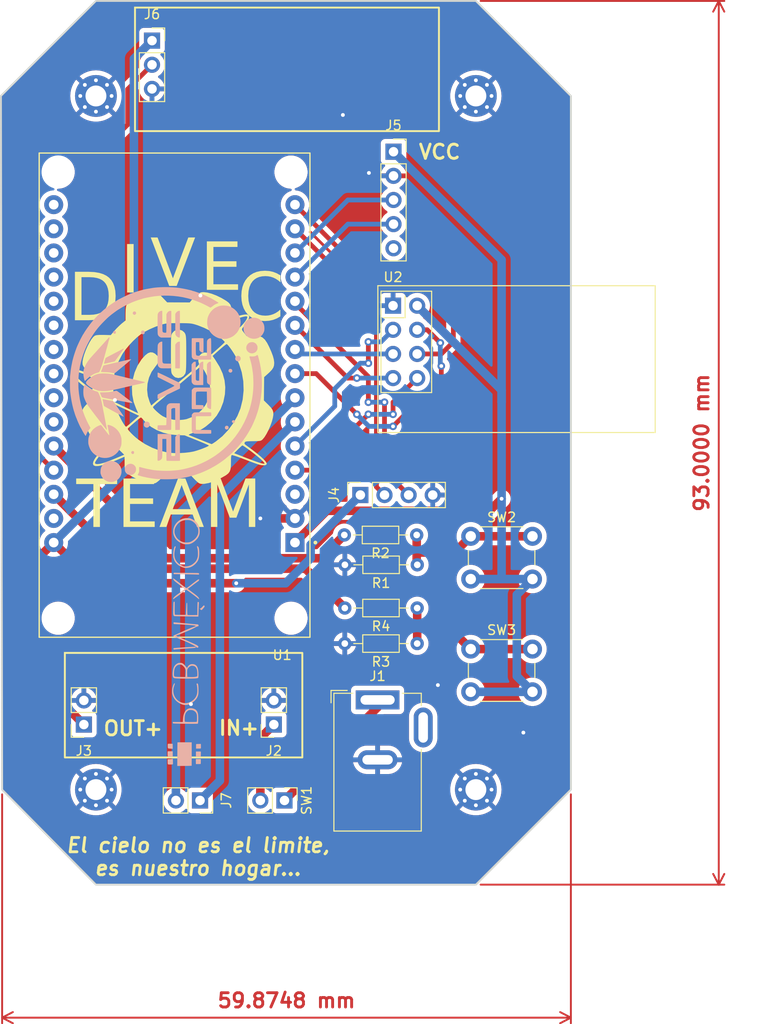
<source format=kicad_pcb>
(kicad_pcb (version 20221018) (generator pcbnew)
  (layers (0 "F.Cu" signal) (31 "B.Cu" signal) (34 "B.Paste" user) (35 "F.Paste" user) (36 "B.SilkS" user "B.Silkscreen") (37 "F.SilkS" user "F.Silkscreen") (38 "B.Mask" user) (39 "F.Mask" user) (44 "Edge.Cuts" user))
  (net 0 "")
  (net 1 "Net-(J1-Pad1)")
  (net 2 "GND")
  (net 3 "VCC")
  (net 4 "VIN")
  (net 5 "Net-(R1-Pad1)")
  (net 6 "BTT1")
  (net 7 "Net-(R3-Pad1)")
  (net 8 "BTT2")
  (net 9 "3.3")
  (net 11 "IRQ")
  (net 12 "CE")
  (net 13 "SCL")
  (net 14 "CS")
  (net 16 "CLK")
  (net 17 "MISO")
  (net 18 "MOSI")
  (net 29 "RX")
  (net 30 "TX")
  (net 32 "SDA")
  (net 33 "buzz")
  (net 34 "RX2")
  (net 35 "TX2")
  (footprint "SnapEDA Library:MODULE_ESP32_DEVKIT_V1" (layer "F.Cu") (at 58.255 61.485 180)
    (fp_text reference "U1" (at -11.355 -27.36) (layer "F.SilkS"))
    (fp_text value "ESP32-DEVKIT-V1")
    (pad "" np_thru_hole circle (at -12.28 -23.475 180) (size 3 3) (drill 3) (layers "*.Cu" "*.Mask"))
    (pad "" np_thru_hole circle (at -12.28 23.475 180) (size 3 3) (drill 3) (layers "*.Cu" "*.Mask"))
    (pad "" np_thru_hole circle (at 12.23 -23.475 180) (size 3 3) (drill 3) (layers "*.Cu" "*.Mask"))
    (pad "" np_thru_hole circle (at 12.23 23.475 180) (size 3 3) (drill 3) (layers "*.Cu" "*.Mask"))
    (pad "1" thru_hole rect (at -12.7 -15.515 180) (size 2 2) (drill 1.02) (layers "*.Cu" "*.Mask") (net 9 "3.3"))
    (pad "2" thru_hole circle (at -12.7 -12.975 180) (size 2 2) (drill 1.02) (layers "*.Cu" "*.Mask") (net 2 "GND"))
    (pad "3" thru_hole circle (at -12.7 -10.435 180) (size 2 2) (drill 1.02) (layers "*.Cu" "*.Mask"))
    (pad "4" thru_hole circle (at -12.7 -7.895 180) (size 2 2) (drill 1.02) (layers "*.Cu" "*.Mask") (net 11 "IRQ"))
    (pad "5" thru_hole circle (at -12.7 -5.355 180) (size 2 2) (drill 1.02) (layers "*.Cu" "*.Mask") (net 12 "CE"))
    (pad "6" thru_hole circle (at -12.7 -2.815 180) (size 2 2) (drill 1.02) (layers "*.Cu" "*.Mask") (net 34 "RX2"))
    (pad "7" thru_hole circle (at -12.7 -0.275 180) (size 2 2) (drill 1.02) (layers "*.Cu" "*.Mask") (net 35 "TX2"))
    (pad "8" thru_hole circle (at -12.7 2.265 180) (size 2 2) (drill 1.02) (layers "*.Cu" "*.Mask") (net 14 "CS"))
    (pad "9" thru_hole circle (at -12.7 4.805 180) (size 2 2) (drill 1.02) (layers "*.Cu" "*.Mask") (net 16 "CLK"))
    (pad "10" thru_hole circle (at -12.7 7.345 180) (size 2 2) (drill 1.02) (layers "*.Cu" "*.Mask") (net 17 "MISO"))
    (pad "11" thru_hole circle (at -12.7 9.885 180) (size 2 2) (drill 1.02) (layers "*.Cu" "*.Mask") (net 32 "SDA"))
    (pad "12" thru_hole circle (at -12.7 12.425 180) (size 2 2) (drill 1.02) (layers "*.Cu" "*.Mask") (net 29 "RX"))
    (pad "13" thru_hole circle (at -12.7 14.965 180) (size 2 2) (drill 1.02) (layers "*.Cu" "*.Mask") (net 30 "TX"))
    (pad "14" thru_hole circle (at -12.7 17.505 180) (size 2 2) (drill 1.02) (layers "*.Cu" "*.Mask") (net 13 "SCL"))
    (pad "15" thru_hole circle (at -12.7 20.045 180) (size 2 2) (drill 1.02) (layers "*.Cu" "*.Mask") (net 18 "MOSI"))
    (pad "16" thru_hole circle (at 12.7 20.045 180) (size 2 2) (drill 1.02) (layers "*.Cu" "*.Mask"))
    (pad "17" thru_hole circle (at 12.7 17.505 180) (size 2 2) (drill 1.02) (layers "*.Cu" "*.Mask"))
    (pad "18" thru_hole circle (at 12.7 14.965 180) (size 2 2) (drill 1.02) (layers "*.Cu" "*.Mask"))
    (pad "19" thru_hole circle (at 12.7 12.425 180) (size 2 2) (drill 1.02) (layers "*.Cu" "*.Mask"))
    (pad "20" thru_hole circle (at 12.7 9.885 180) (size 2 2) (drill 1.02) (layers "*.Cu" "*.Mask"))
    (pad "21" thru_hole circle (at 12.7 7.345 180) (size 2 2) (drill 1.02) (layers "*.Cu" "*.Mask"))
    (pad "22" thru_hole circle (at 12.7 4.805 180) (size 2 2) (drill 1.02) (layers "*.Cu" "*.Mask"))
    (pad "23" thru_hole circle (at 12.7 2.265 180) (size 2 2) (drill 1.02) (layers "*.Cu" "*.Mask"))
    (pad "24" thru_hole circle (at 12.7 -0.275 180) (size 2 2) (drill 1.02) (layers "*.Cu" "*.Mask"))
    (pad "25" thru_hole circle (at 12.7 -2.815 180) (size 2 2) (drill 1.02) (layers "*.Cu" "*.Mask"))
    (pad "26" thru_hole circle (at 12.7 -5.355 180) (size 2 2) (drill 1.02) (layers "*.Cu" "*.Mask") (net 6 "BTT1"))
    (pad "27" thru_hole circle (at 12.7 -7.895 180) (size 2 2) (drill 1.02) (layers "*.Cu" "*.Mask") (net 33 "buzz"))
    (pad "28" thru_hole circle (at 12.7 -10.435 180) (size 2 2) (drill 1.02) (layers "*.Cu" "*.Mask") (net 8 "BTT2"))
    (pad "29" thru_hole circle (at 12.7 -12.975 180) (size 2 2) (drill 1.02) (layers "*.Cu" "*.Mask"))
    (pad "30" thru_hole circle (at 12.7 -15.515 180) (size 2 2) (drill 1.02) (layers "*.Cu" "*.Mask") (net 4 "VIN"))
  )
  (footprint "Connector_PinSocket_2.54mm:PinSocket_1x02_P2.54mm_Vertical" (layer "F.Cu") (at 48.728351 96.153602 180)
    (fp_text reference "J3" (at 0 -2.77) (layer "F.SilkS"))
    (fp_text value "Conn_01x02_Socket")
    (pad "1" thru_hole rect (at 0 0 180) (size 1.7 1.7) (drill 1) (layers "*.Cu" "*.Mask") (net 4 "VIN"))
    (pad "2" thru_hole oval (at 0 2.54 180) (size 1.7 1.7) (drill 1) (layers "*.Cu" "*.Mask") (net 2 "GND"))
  )
  (footprint "Connector_PinSocket_2.54mm:PinSocket_1x04_P2.54mm_Vertical" (layer "F.Cu") (at 77.839895 71.995964 90)
    (fp_text reference "J4" (at 0 -2.77 90) (layer "F.SilkS"))
    (fp_text value "Conn_01x04_Socket")
    (pad "1" thru_hole rect (at 0 0 90) (size 1.7 1.7) (drill 1) (layers "*.Cu" "*.Mask") (net 4 "VIN"))
    (pad "2" thru_hole oval (at 0 2.54 90) (size 1.7 1.7) (drill 1) (layers "*.Cu" "*.Mask") (net 13 "SCL"))
    (pad "3" thru_hole oval (at 0 5.08 90) (size 1.7 1.7) (drill 1) (layers "*.Cu" "*.Mask") (net 32 "SDA"))
    (pad "4" thru_hole oval (at 0 7.62 90) (size 1.7 1.7) (drill 1) (layers "*.Cu" "*.Mask") (net 2 "GND"))
  )
  (footprint "MountingHole:MountingHole_2.2mm_M2_Pad_Via" (layer "F.Cu") (at 90 103)
    (fp_text reference "GNDSCREW1" hide)
    (fp_text value "Conn_01x01_Male")
    (pad "1" thru_hole circle (at -1.65 0) (size 0.7 0.7) (drill 0.4) (layers "*.Cu" "*.Mask") (net 2 "GND"))
    (pad "1" thru_hole circle (at -1.166726 -1.166726) (size 0.7 0.7) (drill 0.4) (layers "*.Cu" "*.Mask") (net 2 "GND"))
    (pad "1" thru_hole circle (at -1.166726 1.166726) (size 0.7 0.7) (drill 0.4) (layers "*.Cu" "*.Mask") (net 2 "GND"))
    (pad "1" thru_hole circle (at 0 -1.65) (size 0.7 0.7) (drill 0.4) (layers "*.Cu" "*.Mask") (net 2 "GND"))
    (pad "1" thru_hole circle (at 0 0) (size 4.4 4.4) (drill 2.2) (layers "*.Cu" "*.Mask") (net 2 "GND"))
    (pad "1" thru_hole circle (at 0 1.65) (size 0.7 0.7) (drill 0.4) (layers "*.Cu" "*.Mask") (net 2 "GND"))
    (pad "1" thru_hole circle (at 1.166726 -1.166726) (size 0.7 0.7) (drill 0.4) (layers "*.Cu" "*.Mask") (net 2 "GND"))
    (pad "1" thru_hole circle (at 1.166726 1.166726) (size 0.7 0.7) (drill 0.4) (layers "*.Cu" "*.Mask") (net 2 "GND"))
    (pad "1" thru_hole circle (at 1.65 0) (size 0.7 0.7) (drill 0.4) (layers "*.Cu" "*.Mask") (net 2 "GND"))
  )
  (footprint "Resistor_THT:R_Axial_DIN0204_L3.6mm_D1.6mm_P7.62mm_Horizontal" (layer "F.Cu") (at 83.83086 79.341271 180)
    (fp_text reference "R1" (at 3.81 -1.92) (layer "F.SilkS"))
    (fp_text value "10k")
    (pad "1" thru_hole circle (at 0 0 180) (size 1.4 1.4) (drill 0.7) (layers "*.Cu" "*.Mask") (net 5 "Net-(R1-Pad1)"))
    (pad "2" thru_hole oval (at 7.62 0 180) (size 1.4 1.4) (drill 0.7) (layers "*.Cu" "*.Mask") (net 2 "GND"))
  )
  (footprint "Connector_PinHeader_2.54mm:PinHeader_1x02_P2.54mm_Vertical" (layer "F.Cu") (at 69.85 104.14 -90)
    (fp_text reference "SW1" (at 0 -2.33 90) (layer "F.SilkS"))
    (fp_text value "SW_DIP_x01")
    (pad "1" thru_hole rect (at 0 0 270) (size 1.7 1.7) (drill 1) (layers "*.Cu" "*.Mask") (net 1 "Net-(J1-Pad1)"))
    (pad "2" thru_hole oval (at 0 2.54 270) (size 1.7 1.7) (drill 1) (layers "*.Cu" "*.Mask") (net 3 "VCC"))
  )
  (footprint "logos:DIVEC_LOGO" (layer "F.Cu") (at 58.255 61.485)
    (fp_text reference "G1" hide)
    (fp_text value "LOGO" hide)
    (fp_text user "V" (at -0.146933 -10.64293 unlocked) (layer "F.SilkS") (effects (font (size 5 5) (thickness 0.1)) (justify bottom)))
    (fp_text user "E" (at 4.946006 -10.232572 unlocked) (layer "F.SilkS") (effects (font (size 5 5) (thickness 0.1)) (justify bottom)))
    (fp_text user "I" (at -4.632304 -9.95277 unlocked) (layer "F.SilkS") (effects (font (size 5 5) (thickness 0.1)) (justify bottom)))
    (fp_text user "C" (at 9.10109 -7.045699 unlocked) (layer "F.SilkS") (effects (font (size 5 5) (thickness 0.1)) (justify bottom)))
    (fp_text user "TEAM" (at -0.555218 14.723428 unlocked) (layer "F.SilkS") (effects (font (size 5 5) (thickness 0.1)) (justify bottom)))
    (fp_text user "D" (at -8.459471 -7.032265 unlocked) (layer "F.SilkS") (effects (font (size 5 5) (thickness 0.1)) (justify bottom)))
  )
  (footprint "Connector_PinSocket_2.54mm:PinSocket_1x02_P2.54mm_Vertical" (layer "F.Cu") (at 68.728351 96.153602 180)
    (fp_text reference "J2" (at 0 -2.77) (layer "F.SilkS"))
    (fp_text value "Conn_01x02_Socket")
    (pad "1" thru_hole rect (at 0 0 180) (size 1.7 1.7) (drill 1) (layers "*.Cu" "*.Mask") (net 3 "VCC"))
    (pad "2" thru_hole oval (at 0 2.54 180) (size 1.7 1.7) (drill 1) (layers "*.Cu" "*.Mask") (net 2 "GND"))
  )
  (footprint "Connector_PinSocket_2.54mm:PinSocket_1x03_P2.54mm_Vertical" (layer "F.Cu") (at 55.905545 24.17749)
    (fp_text reference "J6" (at 0 -2.77) (layer "F.SilkS"))
    (fp_text value "Conn_01x03_Socket")
    (pad "1" thru_hole rect (at 0 0) (size 1.7 1.7) (drill 1) (layers "*.Cu" "*.Mask") (net 4 "VIN"))
    (pad "2" thru_hole oval (at 0 2.54) (size 1.7 1.7) (drill 1) (layers "*.Cu" "*.Mask") (net 33 "buzz"))
    (pad "3" thru_hole oval (at 0 5.08) (size 1.7 1.7) (drill 1) (layers "*.Cu" "*.Mask") (net 2 "GND"))
  )
  (footprint "Connector_BarrelJack:BarrelJack_GCT_DCJ200-10-A_Horizontal" (layer "F.Cu") (at 79.652372 93.561387)
    (fp_text reference "J1" (at 0 -2.5) (layer "F.SilkS"))
    (fp_text value "Jack-DC")
    (pad "1" thru_hole rect (at 0 0) (size 4.6 2) (drill oval 3.6 1) (layers "*.Cu" "*.Mask") (net 1 "Net-(J1-Pad1)"))
    (pad "2" thru_hole oval (at 0 6.3) (size 4.2 2) (drill oval 3.2 1) (layers "*.Cu" "*.Mask") (net 2 "GND"))
    (pad "3" thru_hole oval (at 4.8 2.9) (size 2 4.2) (drill oval 1 3.2) (layers "*.Cu" "*.Mask"))
  )
  (footprint "MountingHole:MountingHole_2.2mm_M2_Pad_Via" (layer "F.Cu") (at 50 30)
    (fp_text reference "GNDSCREW3" hide)
    (fp_text value "Conn_01x01_Male")
    (pad "1" thru_hole circle (at -1.65 0) (size 0.7 0.7) (drill 0.4) (layers "*.Cu" "*.Mask") (net 2 "GND"))
    (pad "1" thru_hole circle (at -1.166726 -1.166726) (size 0.7 0.7) (drill 0.4) (layers "*.Cu" "*.Mask") (net 2 "GND"))
    (pad "1" thru_hole circle (at -1.166726 1.166726) (size 0.7 0.7) (drill 0.4) (layers "*.Cu" "*.Mask") (net 2 "GND"))
    (pad "1" thru_hole circle (at 0 -1.65) (size 0.7 0.7) (drill 0.4) (layers "*.Cu" "*.Mask") (net 2 "GND"))
    (pad "1" thru_hole circle (at 0 0) (size 4.4 4.4) (drill 2.2) (layers "*.Cu" "*.Mask") (net 2 "GND"))
    (pad "1" thru_hole circle (at 0 1.65) (size 0.7 0.7) (drill 0.4) (layers "*.Cu" "*.Mask") (net 2 "GND"))
    (pad "1" thru_hole circle (at 1.166726 -1.166726) (size 0.7 0.7) (drill 0.4) (layers "*.Cu" "*.Mask") (net 2 "GND"))
    (pad "1" thru_hole circle (at 1.166726 1.166726) (size 0.7 0.7) (drill 0.4) (layers "*.Cu" "*.Mask") (net 2 "GND"))
    (pad "1" thru_hole circle (at 1.65 0) (size 0.7 0.7) (drill 0.4) (layers "*.Cu" "*.Mask") (net 2 "GND"))
  )
  (footprint "Connector_PinSocket_2.54mm:PinSocket_1x02_P2.54mm_Vertical" (layer "F.Cu") (at 60.96 104.14 -90)
    (fp_text reference "J7" (at 0 -2.77 90) (layer "F.SilkS"))
    (fp_text value "Conn_01x02_Socket")
    (pad "1" thru_hole rect (at 0 0 270) (size 1.7 1.7) (drill 1) (layers "*.Cu" "*.Mask") (net 34 "RX2"))
    (pad "2" thru_hole oval (at 0 2.54 270) (size 1.7 1.7) (drill 1) (layers "*.Cu" "*.Mask") (net 35 "TX2"))
  )
  (footprint "Button_Switch_THT:SW_PUSH_6mm_H5mm" (layer "F.Cu") (at 89.46 88.21)
    (fp_text reference "SW3" (at 3.25 -2) (layer "F.SilkS"))
    (fp_text value "SW_Push")
    (pad "1" thru_hole circle (at 0 0 90) (size 2 2) (drill 1.1) (layers "*.Cu" "*.Mask") (net 7 "Net-(R3-Pad1)"))
    (pad "1" thru_hole circle (at 6.5 0 90) (size 2 2) (drill 1.1) (layers "*.Cu" "*.Mask") (net 7 "Net-(R3-Pad1)"))
    (pad "2" thru_hole circle (at 0 4.5 90) (size 2 2) (drill 1.1) (layers "*.Cu" "*.Mask") (net 9 "3.3"))
    (pad "2" thru_hole circle (at 6.5 4.5 90) (size 2 2) (drill 1.1) (layers "*.Cu" "*.Mask") (net 9 "3.3"))
  )
  (footprint "MountingHole:MountingHole_2.2mm_M2_Pad_Via" (layer "F.Cu") (at 50 103)
    (fp_text reference "GNDSCREW2" hide)
    (fp_text value "Conn_01x01_Male")
    (pad "1" thru_hole circle (at -1.65 0) (size 0.7 0.7) (drill 0.4) (layers "*.Cu" "*.Mask") (net 2 "GND"))
    (pad "1" thru_hole circle (at -1.166726 -1.166726) (size 0.7 0.7) (drill 0.4) (layers "*.Cu" "*.Mask") (net 2 "GND"))
    (pad "1" thru_hole circle (at -1.166726 1.166726) (size 0.7 0.7) (drill 0.4) (layers "*.Cu" "*.Mask") (net 2 "GND"))
    (pad "1" thru_hole circle (at 0 -1.65) (size 0.7 0.7) (drill 0.4) (layers "*.Cu" "*.Mask") (net 2 "GND"))
    (pad "1" thru_hole circle (at 0 0) (size 4.4 4.4) (drill 2.2) (layers "*.Cu" "*.Mask") (net 2 "GND"))
    (pad "1" thru_hole circle (at 0 1.65) (size 0.7 0.7) (drill 0.4) (layers "*.Cu" "*.Mask") (net 2 "GND"))
    (pad "1" thru_hole circle (at 1.166726 -1.166726) (size 0.7 0.7) (drill 0.4) (layers "*.Cu" "*.Mask") (net 2 "GND"))
    (pad "1" thru_hole circle (at 1.166726 1.166726) (size 0.7 0.7) (drill 0.4) (layers "*.Cu" "*.Mask") (net 2 "GND"))
    (pad "1" thru_hole circle (at 1.65 0) (size 0.7 0.7) (drill 0.4) (layers "*.Cu" "*.Mask") (net 2 "GND"))
  )
  (footprint "Button_Switch_THT:SW_PUSH_6mm_H5mm" (layer "F.Cu") (at 89.46 76.34)
    (fp_text reference "SW2" (at 3.25 -2) (layer "F.SilkS"))
    (fp_text value "SW_Push" hide)
    (pad "1" thru_hole circle (at 0 0 90) (size 2 2) (drill 1.1) (layers "*.Cu" "*.Mask") (net 5 "Net-(R1-Pad1)"))
    (pad "1" thru_hole circle (at 6.5 0 90) (size 2 2) (drill 1.1) (layers "*.Cu" "*.Mask") (net 5 "Net-(R1-Pad1)"))
    (pad "2" thru_hole circle (at 0 4.5 90) (size 2 2) (drill 1.1) (layers "*.Cu" "*.Mask") (net 9 "3.3"))
    (pad "2" thru_hole circle (at 6.5 4.5 90) (size 2 2) (drill 1.1) (layers "*.Cu" "*.Mask") (net 9 "3.3"))
  )
  (footprint "MountingHole:MountingHole_2.2mm_M2_Pad_Via" (layer "F.Cu") (at 90 30)
    (fp_text reference "GNDSCREW4" hide)
    (fp_text value "Conn_01x01_Male")
    (pad "1" thru_hole circle (at -1.65 0) (size 0.7 0.7) (drill 0.4) (layers "*.Cu" "*.Mask") (net 2 "GND"))
    (pad "1" thru_hole circle (at -1.166726 -1.166726) (size 0.7 0.7) (drill 0.4) (layers "*.Cu" "*.Mask") (net 2 "GND"))
    (pad "1" thru_hole circle (at -1.166726 1.166726) (size 0.7 0.7) (drill 0.4) (layers "*.Cu" "*.Mask") (net 2 "GND"))
    (pad "1" thru_hole circle (at 0 -1.65) (size 0.7 0.7) (drill 0.4) (layers "*.Cu" "*.Mask") (net 2 "GND"))
    (pad "1" thru_hole circle (at 0 0) (size 4.4 4.4) (drill 2.2) (layers "*.Cu" "*.Mask") (net 2 "GND"))
    (pad "1" thru_hole circle (at 0 1.65) (size 0.7 0.7) (drill 0.4) (layers "*.Cu" "*.Mask") (net 2 "GND"))
    (pad "1" thru_hole circle (at 1.166726 -1.166726) (size 0.7 0.7) (drill 0.4) (layers "*.Cu" "*.Mask") (net 2 "GND"))
    (pad "1" thru_hole circle (at 1.166726 1.166726) (size 0.7 0.7) (drill 0.4) (layers "*.Cu" "*.Mask") (net 2 "GND"))
    (pad "1" thru_hole circle (at 1.65 0) (size 0.7 0.7) (drill 0.4) (layers "*.Cu" "*.Mask") (net 2 "GND"))
  )
  (footprint "Resistor_THT:R_Axial_DIN0204_L3.6mm_D1.6mm_P7.62mm_Horizontal" (layer "F.Cu") (at 83.769931 76.2 180)
    (fp_text reference "R2" (at 3.81 -1.92) (layer "F.SilkS"))
    (fp_text value "10k")
    (pad "1" thru_hole circle (at 0 0 180) (size 1.4 1.4) (drill 0.7) (layers "*.Cu" "*.Mask") (net 5 "Net-(R1-Pad1)"))
    (pad "2" thru_hole oval (at 7.62 0 180) (size 1.4 1.4) (drill 0.7) (layers "*.Cu" "*.Mask") (net 6 "BTT1"))
  )
  (footprint "Resistor_THT:R_Axial_DIN0204_L3.6mm_D1.6mm_P7.62mm_Horizontal" (layer "F.Cu") (at 83.82 83.89 180)
    (fp_text reference "R4" (at 3.81 -1.92) (layer "F.SilkS"))
    (fp_text value "10k")
    (pad "1" thru_hole circle (at 0 0 180) (size 1.4 1.4) (drill 0.7) (layers "*.Cu" "*.Mask") (net 7 "Net-(R3-Pad1)"))
    (pad "2" thru_hole oval (at 7.62 0 180) (size 1.4 1.4) (drill 0.7) (layers "*.Cu" "*.Mask") (net 8 "BTT2"))
  )
  (footprint "Connector_PinSocket_2.54mm:PinSocket_1x05_P2.54mm_Vertical" (layer "F.Cu") (at 81.329431 35.868923)
    (fp_text reference "J5" (at 0 -2.77) (layer "F.SilkS"))
    (fp_text value "Conn_01x05_Socket")
    (pad "1" thru_hole rect (at 0 0) (size 1.7 1.7) (drill 1) (layers "*.Cu" "*.Mask") (net 9 "3.3"))
    (pad "2" thru_hole oval (at 0 2.54) (size 1.7 1.7) (drill 1) (layers "*.Cu" "*.Mask") (net 2 "GND"))
    (pad "3" thru_hole oval (at 0 5.08) (size 1.7 1.7) (drill 1) (layers "*.Cu" "*.Mask") (net 30 "TX"))
    (pad "4" thru_hole oval (at 0 7.62) (size 1.7 1.7) (drill 1) (layers "*.Cu" "*.Mask") (net 29 "RX"))
    (pad "5" thru_hole oval (at 0 10.16) (size 1.7 1.7) (drill 1) (layers "*.Cu" "*.Mask"))
  )
  (footprint "Resistor_THT:R_Axial_DIN0204_L3.6mm_D1.6mm_P7.62mm_Horizontal" (layer "F.Cu") (at 83.82 87.63 180)
    (fp_text reference "R3" (at 3.81 -1.92) (layer "F.SilkS"))
    (fp_text value "10k")
    (pad "1" thru_hole circle (at 0 0 180) (size 1.4 1.4) (drill 0.7) (layers "*.Cu" "*.Mask") (net 7 "Net-(R3-Pad1)"))
    (pad "2" thru_hole oval (at 7.62 0 180) (size 1.4 1.4) (drill 0.7) (layers "*.Cu" "*.Mask") (net 2 "GND"))
  )
  (footprint "RF_Module:nRF24L01_Breakout" (layer "F.Cu") (at 81.28 52.07)
    (fp_text reference "U2" (at 0 -3) (layer "F.SilkS"))
    (fp_text value "NRF24L01_Breakout")
    (pad "1" thru_hole rect (at 0 0) (size 1.7 1.7) (drill 1) (layers "*.Cu" "*.Mask") (net 2 "GND"))
    (pad "2" thru_hole circle (at 2.54 0) (size 1.7 1.7) (drill 1) (layers "*.Cu" "*.Mask") (net 9 "3.3"))
    (pad "3" thru_hole circle (at 0 2.54) (size 1.7 1.7) (drill 1) (layers "*.Cu" "*.Mask") (net 12 "CE"))
    (pad "4" thru_hole circle (at 2.54 2.54) (size 1.7 1.7) (drill 1) (layers "*.Cu" "*.Mask") (net 14 "CS"))
    (pad "5" thru_hole circle (at 0 5.08) (size 1.7 1.7) (drill 1) (layers "*.Cu" "*.Mask") (net 16 "CLK"))
    (pad "6" thru_hole circle (at 2.54 5.08) (size 1.7 1.7) (drill 1) (layers "*.Cu" "*.Mask") (net 18 "MOSI"))
    (pad "7" thru_hole circle (at 0 7.62) (size 1.7 1.7) (drill 1) (layers "*.Cu" "*.Mask") (net 17 "MISO"))
    (pad "8" thru_hole circle (at 2.54 7.62) (size 1.7 1.7) (drill 1) (layers "*.Cu" "*.Mask") (net 11 "IRQ"))
  )
  (footprint "logos:SPACE" (layer "B.Cu") (at 57.6379 60.170907 90)
    (fp_text reference "G2" hide)
    (fp_text value "LOGO" hide)
  )
  (footprint "space:pcb-mexico" (layer "B.Cu") (at 59.69 87.63 90)
    (fp_text reference "G***" hide)
    (fp_text value "LOGO" hide)
  )
  (gr_rect (start 46.728351 88.613602) (end 71.728351 99.613602) (stroke (width 0.2)) (fill none) (layer "F.SilkS"))
  (gr_rect (start 54.113315 20.698628) (end 86.113315 33.698628) (stroke (width 0.2)) (fill none) (layer "F.SilkS"))
  (gr_poly (pts (xy 40 30) (xy 50 20) (xy 90 20) (xy 100 30) (xy 100 103) (xy 90 113) (xy 50 113) (xy 40.125178 103)) (stroke (width 0.2)) (fill none) (layer "Edge.Cuts"))
  (gr_text "VCC" (at 83.844431 36.765828) (layer "F.SilkS") (effects (font (size 1.5 1.5) (thickness 0.3) bold) (justify left bottom)))
  (gr_text "OUT+" (at 50.643899 97.440411) (layer "F.SilkS") (effects (font (size 1.5 1.5) (thickness 0.3) bold) (justify left bottom)))
  (gr_text "IN+" (at 62.784508 97.394683) (layer "F.SilkS") (effects (font (size 1.5 1.5) (thickness 0.3) bold) (justify left bottom)))
  (gr_text "El cielo no es el limite,\nes nuestro hogar..." (at 60.759074 110.069158) (layer "F.SilkS") (effects (font (size 1.5 1.5) (thickness 0.3) italic)))
  (dimension (type aligned) (layer "F.Cu") (pts (xy 40.125178 103) (xy 100 103)) (height 24) (gr_text "59.8748 mm" (at 70.062589 125.2) (layer "F.Cu") (effects (font (size 1.5 1.5) (thickness 0.3)))) (format (prefix "") (suffix "") (units 3) (units_format 1) (precision 4)) (style (thickness 0.2) (arrow_length 1.27) (text_position_mode 0) (extension_height 0.58642) (extension_offset 0.5) keep_text_aligned))
  (dimension (type aligned) (layer "F.Cu") (pts (xy 90 20) (xy 90 113)) (height -25.57) (gr_text "93.0000 mm" (at 113.77 66.5 90) (layer "F.Cu") (effects (font (size 1.5 1.5) (thickness 0.3)))) (format (prefix "") (suffix "") (units 3) (units_format 1) (precision 4)) (style (thickness 0.2) (arrow_length 1.27) (text_position_mode 0) (extension_height 0.58642) (extension_offset 0.5) keep_text_aligned))
  (segment (start 79.652372 94.337628) (end 79.652372 93.561387) (width 0.9) (layer "F.Cu") (net 1))
  (segment (start 69.85 104.14) (end 79.652372 94.337628) (width 0.9) (layer "F.Cu") (net 1))
  (segment (start 81.329431 38.408923) (end 79.048923 38.408923) (width 0.5) (layer "F.Cu") (net 2))
  (segment (start 79.048923 38.408923) (end 78.74 38.1) (width 0.5) (layer "F.Cu") (net 2))
  (segment (start 67.31 74.46) (end 70.955 74.46) (width 0.9) (layer "F.Cu") (net 2))
  (via (at 52 62) (size 0.8) (drill 0.4) (layers "F.Cu" "B.Cu") (net 2))
  (via (at 86 92) (size 0.8) (drill 0.4) (layers "F.Cu" "B.Cu") (net 2))
  (via (at 95 97) (size 0.8) (drill 0.4) (layers "F.Cu" "B.Cu") (net 2))
  (via (at 67.31 74.46) (size 0.8) (drill 0.4) (layers "F.Cu" "B.Cu") (net 2))
  (via (at 78.74 38.1) (size 0.8) (drill 0.4) (layers "F.Cu" "B.Cu") (net 2))
  (via (at 60 94) (size 0.8) (drill 0.4) (layers "F.Cu" "B.Cu") (net 2))
  (via (at 76 32) (size 0.8) (drill 0.4) (layers "F.Cu" "B.Cu") (net 2))
  (via (at 61 51) (size 0.8) (drill 0.4) (layers "F.Cu" "B.Cu") (net 2))
  (segment (start 67.31 97.571953) (end 67.31 104.14) (width 0.9) (layer "F.Cu") (net 3))
  (segment (start 68.728351 96.153602) (end 67.31 97.571953) (width 0.9) (layer "F.Cu") (net 3))
  (segment (start 48.728351 96.153602) (end 43.825 91.250251) (width 0.9) (layer "F.Cu") (net 4))
  (segment (start 49.835 81.28) (end 45.555 77) (width 0.9) (layer "F.Cu") (net 4))
  (segment (start 43.825 78.73) (end 45.555 77) (width 0.9) (layer "F.Cu") (net 4))
  (segment (start 43.825 91.250251) (end 43.825 78.73) (width 0.9) (layer "F.Cu") (net 4))
  (segment (start 64.77 81.28) (end 49.835 81.28) (width 0.9) (layer "F.Cu") (net 4))
  (via (at 64.77 81.28) (size 0.8) (drill 0.4) (layers "F.Cu" "B.Cu") (net 4))
  (segment (start 77.839895 71.995964) (end 72.605 77.230859) (width 0.9) (layer "B.Cu") (net 4))
  (segment (start 55.905545 24.17749) (end 54 26.083035) (width 0.9) (layer "B.Cu") (net 4))
  (segment (start 54 26.083035) (end 54 68.555) (width 0.9) (layer "B.Cu") (net 4))
  (segment (start 72.605 78.65) (end 69.975 81.28) (width 0.9) (layer "B.Cu") (net 4))
  (segment (start 54 68.555) (end 45.555 77) (width 0.9) (layer "B.Cu") (net 4))
  (segment (start 69.975 81.28) (end 64.77 81.28) (width 0.9) (layer "B.Cu") (net 4))
  (segment (start 72.605 77.230859) (end 72.605 78.65) (width 0.9) (layer "B.Cu") (net 4))
  (segment (start 83.769931 76.2) (end 83.769931 77.66843) (width 0.9) (layer "F.Cu") (net 5))
  (segment (start 89.46 76.34) (end 87.752018 78.047982) (width 0.9) (layer "F.Cu") (net 5))
  (segment (start 95.96 76.34) (end 89.46 76.34) (width 0.9) (layer "F.Cu") (net 5))
  (segment (start 83.769931 77.66843) (end 83.769931 79.280342) (width 0.9) (layer "F.Cu") (net 5))
  (segment (start 84.149483 78.047982) (end 83.769931 77.66843) (width 0.9) (layer "F.Cu") (net 5))
  (segment (start 87.752018 78.047982) (end 84.149483 78.047982) (width 0.9) (layer "F.Cu") (net 5))
  (segment (start 45.555 66.84) (end 57.365 78.65) (width 0.9) (layer "F.Cu") (net 6))
  (segment (start 73.699931 78.65) (end 76.149931 76.2) (width 0.9) (layer "F.Cu") (net 6))
  (segment (start 57.365 78.65) (end 73.699931 78.65) (width 0.9) (layer "F.Cu") (net 6))
  (segment (start 95.96 88.21) (end 89.46 88.21) (width 0.9) (layer "F.Cu") (net 7))
  (segment (start 89.46 88.21) (end 87.113586 85.863586) (width 0.9) (layer "F.Cu") (net 7))
  (segment (start 87.113586 85.863586) (end 83.82 85.863586) (width 0.9) (layer "F.Cu") (net 7))
  (segment (start 83.82 83.89) (end 83.82 85.863586) (width 0.9) (layer "F.Cu") (net 7))
  (segment (start 83.82 85.863586) (end 83.82 87.63) (width 0.9) (layer "F.Cu") (net 7))
  (segment (start 72.06 79.75) (end 76.2 83.89) (width 0.9) (layer "F.Cu") (net 8))
  (segment (start 45.555 71.92) (end 53.385 79.75) (width 0.9) (layer "F.Cu") (net 8))
  (segment (start 53.385 79.75) (end 72.06 79.75) (width 0.9) (layer "F.Cu") (net 8))
  (segment (start 74.295 73.66) (end 91.44 73.66) (width 0.9) (layer "F.Cu") (net 9))
  (segment (start 70.955 77) (end 74.295 73.66) (width 0.9) (layer "F.Cu") (net 9))
  (segment (start 91.44 73.66) (end 92.71 72.39) (width 0.9) (layer "F.Cu") (net 9))
  (via (at 92.71 72.39) (size 0.8) (drill 0.4) (layers "F.Cu" "B.Cu") (net 9))
  (segment (start 92.71 62.23) (end 92.71 72.39) (width 0.9) (layer "B.Cu") (net 9))
  (segment (start 81.329431 35.868923) (end 92.71 47.249492) (width 0.9) (layer "B.Cu") (net 9))
  (segment (start 92.71 72.39) (end 92.71 80.84) (width 0.9) (layer "B.Cu") (net 9))
  (segment (start 92.71 47.249492) (end 92.71 62.23) (width 0.9) (layer "B.Cu") (net 9))
  (segment (start 94.31 82.49) (end 95.96 80.84) (width 0.9) (layer "B.Cu") (net 9))
  (segment (start 92.71 60.96) (end 92.71 62.23) (width 0.9) (layer "B.Cu") (net 9))
  (segment (start 95.96 92.71) (end 89.46 92.71) (width 0.9) (layer "B.Cu") (net 9))
  (segment (start 92.71 80.84) (end 89.46 80.84) (width 0.9) (layer "B.Cu") (net 9))
  (segment (start 95.96 92.71) (end 94.31 91.06) (width 0.9) (layer "B.Cu") (net 9))
  (segment (start 83.82 52.07) (end 92.71 60.96) (width 0.9) (layer "B.Cu") (net 9))
  (segment (start 95.96 80.84) (end 92.71 80.84) (width 0.9) (layer "B.Cu") (net 9))
  (segment (start 94.31 91.06) (end 94.31 82.49) (width 0.9) (layer "B.Cu") (net 9))
  (segment (start 70.955 69.38) (end 72.800395 69.38) (width 0.5) (layer "F.Cu") (net 11))
  (segment (start 72.800395 69.38) (end 78.680395 63.5) (width 0.5) (layer "F.Cu") (net 11))
  (segment (start 81.28 62.23) (end 83.82 59.69) (width 0.5) (layer "F.Cu") (net 11))
  (segment (start 81.28 63.5) (end 81.28 62.23) (width 0.5) (layer "F.Cu") (net 11))
  (via (at 81.28 63.5) (size 0.8) (drill 0.4) (layers "F.Cu" "B.Cu") (net 11))
  (via (at 78.680395 63.5) (size 0.8) (drill 0.4) (layers "F.Cu" "B.Cu") (net 11))
  (segment (start 78.680395 63.5) (end 81.28 63.5) (width 0.5) (layer "B.Cu") (net 11))
  (segment (start 78.680395 58.124714) (end 78.680395 55.88) (width 0.5) (layer "F.Cu") (net 12))
  (via (at 78.680395 55.88) (size 0.8) (drill 0.4) (layers "F.Cu" "B.Cu") (net 12))
  (via (at 78.680395 58.124714) (size 0.8) (drill 0.4) (layers "F.Cu" "B.Cu") (net 12))
  (segment (start 75.145 62.65) (end 75.145 60.812918) (width 0.5) (layer "B.Cu") (net 12))
  (segment (start 80.01 55.88) (end 81.28 54.61) (width 0.5) (layer "B.Cu") (net 12))
  (segment (start 77.833204 58.124714) (end 78.680395 58.124714) (width 0.5) (layer "B.Cu") (net 12))
  (segment (start 78.680395 55.88) (end 80.01 55.88) (width 0.5) (layer "B.Cu") (net 12))
  (segment (start 70.955 66.84) (end 75.145 62.65) (width 0.5) (layer "B.Cu") (net 12))
  (segment (start 75.145 60.812918) (end 77.833204 58.124714) (width 0.5) (layer "B.Cu") (net 12))
  (segment (start 79.529895 52.554895) (end 70.955 43.98) (width 0.5) (layer "F.Cu") (net 13))
  (segment (start 80.379895 71.995964) (end 79.529895 71.145964) (width 0.5) (layer "F.Cu") (net 13))
  (segment (start 79.529895 71.145964) (end 79.529895 52.554895) (width 0.5) (layer "F.Cu") (net 13))
  (segment (start 83.82 54.61) (end 84.875782 54.61) (width 0.5) (layer "F.Cu") (net 14))
  (segment (start 77.47 63.5) (end 73.19 59.22) (width 0.5) (layer "F.Cu") (net 14))
  (segment (start 73.19 59.22) (end 70.955 59.22) (width 0.5) (layer "F.Cu") (net 14))
  (segment (start 86.36 58.42) (end 86.36 59.69) (width 0.5) (layer "F.Cu") (net 14))
  (segment (start 86.36 59.69) (end 81.28 64.77) (width 0.5) (layer "F.Cu") (net 14))
  (segment (start 84.875782 54.61) (end 86.252891 55.987109) (width 0.5) (layer "F.Cu") (net 14))
  (via (at 86.36 58.42) (size 0.8) (drill 0.4) (layers "F.Cu" "B.Cu") (net 14))
  (via (at 77.47 63.5) (size 0.8) (drill 0.4) (layers "F.Cu" "B.Cu") (net 14))
  (via (at 81.28 64.77) (size 0.8) (drill 0.4) (layers "F.Cu" "B.Cu") (net 14))
  (via (at 86.252891 55.987109) (size 0.8) (drill 0.4) (layers "F.Cu" "B.Cu") (net 14))
  (segment (start 86.252891 55.987109) (end 86.252891 58.312891) (width 0.5) (layer "B.Cu") (net 14))
  (segment (start 86.252891 58.312891) (end 86.36 58.42) (width 0.5) (layer "B.Cu") (net 14))
  (segment (start 81.28 64.77) (end 78.74 64.77) (width 0.5) (layer "B.Cu") (net 14))
  (segment (start 78.74 64.77) (end 77.47 63.5) (width 0.5) (layer "B.Cu") (net 14))
  (segment (start 81.28 57.15) (end 71.425 57.15) (width 0.5) (layer "B.Cu") (net 16))
  (segment (start 76.505 59.69) (end 70.955 54.14) (width 0.5) (layer "F.Cu") (net 17))
  (segment (start 77.47 59.69) (end 76.505 59.69) (width 0.5) (layer "F.Cu") (net 17))
  (via (at 77.47 59.69) (size 0.8) (drill 0.4) (layers "F.Cu" "B.Cu") (net 17))
  (segment (start 81.28 59.69) (end 77.47 59.69) (width 0.5) (layer "B.Cu") (net 17))
  (segment (start 79.045 49.53) (end 85.09 49.53) (width 0.5) (layer "F.Cu") (net 18))
  (segment (start 87.63 52.07) (end 87.63 55.88) (width 0.5) (layer "F.Cu") (net 18))
  (segment (start 87.63 55.88) (end 86.36 57.15) (width 0.5) (layer "F.Cu") (net 18))
  (segment (start 85.09 49.53) (end 87.63 52.07) (width 0.5) (layer "F.Cu") (net 18))
  (segment (start 70.955 41.44) (end 79.045 49.53) (width 0.5) (layer "F.Cu") (net 18))
  (segment (start 86.36 57.15) (end 83.82 57.15) (width 0.5) (layer "F.Cu") (net 18))
  (segment (start 76.526077 43.488923) (end 70.955 49.06) (width 0.5) (layer "B.Cu") (net 29))
  (segment (start 81.329431 43.488923) (end 76.526077 43.488923) (width 0.5) (layer "B.Cu") (net 29))
  (segment (start 76.526077 40.948923) (end 70.955 46.52) (width 0.5) (layer "B.Cu") (net 30))
  (segment (start 81.329431 40.948923) (end 76.526077 40.948923) (width 0.5) (layer "B.Cu") (net 30))
  (segment (start 82.919895 71.995964) (end 80.379395 69.455464) (width 0.5) (layer "F.Cu") (net 32))
  (segment (start 80.379395 69.455464) (end 80.379395 62.23) (width 0.5) (layer "F.Cu") (net 32))
  (segment (start 70.955 51.80958) (end 70.955 51.6) (width 0.5) (layer "F.Cu") (net 32))
  (segment (start 78.680395 62.23) (end 78.680395 59.534975) (width 0.5) (layer "F.Cu") (net 32))
  (segment (start 78.680395 59.534975) (end 70.955 51.80958) (width 0.5) (layer "F.Cu") (net 32))
  (via (at 78.680395 62.23) (size 0.8) (drill 0.4) (layers "F.Cu" "B.Cu") (net 32))
  (via (at 80.379395 62.23) (size 0.8) (drill 0.4) (layers "F.Cu" "B.Cu") (net 32))
  (segment (start 80.379395 62.23) (end 78.680395 62.23) (width 0.5) (layer "B.Cu") (net 32))
  (segment (start 44.413286 35.56) (end 43.18 36.793286) (width 0.5) (layer "F.Cu") (net 33))
  (segment (start 55.905545 26.71749) (end 53.34 29.283035) (width 0.5) (layer "F.Cu") (net 33))
  (segment (start 50.8 35.56) (end 44.413286 35.56) (width 0.5) (layer "F.Cu") (net 33))
  (segment (start 53.34 33.02) (end 50.8 35.56) (width 0.5) (layer "F.Cu") (net 33))
  (segment (start 43.18 67.005) (end 45.555 69.38) (width 0.5) (layer "F.Cu") (net 33))
  (segment (start 53.34 29.283035) (end 53.34 33.02) (width 0.5) (layer "F.Cu") (net 33))
  (segment (start 43.18 36.793286) (end 43.18 67.005) (width 0.5) (layer "F.Cu") (net 33))
  (segment (start 70.955 64.3) (end 63.05 72.205) (width 0.9) (layer "B.Cu") (net 34))
  (segment (start 63.05 72.205) (end 63.05 102.05) (width 0.9) (layer "B.Cu") (net 34))
  (segment (start 63.05 102.05) (end 60.96 104.14) (width 0.9) (layer "B.Cu") (net 34))
  (segment (start 58.42 74.295) (end 70.955 61.76) (width 0.9) (layer "B.Cu") (net 35))
  (segment (start 58.42 104.14) (end 58.42 74.295) (width 0.9) (layer "B.Cu") (net 35))
  (zone (net 2) (net_name "GND") (layers "F&B.Cu") (connect_pads (clearance 0.5)) (min_thickness 0.25) (fill yes (thermal_gap 0.5) (thermal_bridge_width 0.5))
    (polygon (pts (xy 90 20) (xy 100 30) (xy 100 103) (xy 90 113) (xy 50 113) (xy 40 103) (xy 40 30) (xy 50 20)))
  )
)
</source>
